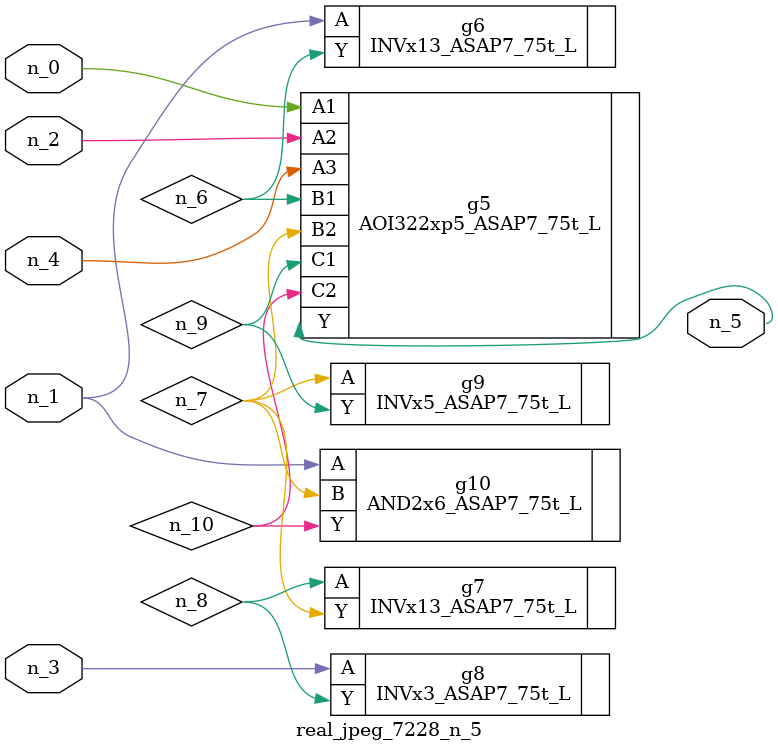
<source format=v>
module real_jpeg_7228_n_5 (n_4, n_0, n_1, n_2, n_3, n_5);

input n_4;
input n_0;
input n_1;
input n_2;
input n_3;

output n_5;

wire n_8;
wire n_6;
wire n_7;
wire n_10;
wire n_9;

AOI322xp5_ASAP7_75t_L g5 ( 
.A1(n_0),
.A2(n_2),
.A3(n_4),
.B1(n_6),
.B2(n_7),
.C1(n_9),
.C2(n_10),
.Y(n_5)
);

INVx13_ASAP7_75t_L g6 ( 
.A(n_1),
.Y(n_6)
);

AND2x6_ASAP7_75t_L g10 ( 
.A(n_1),
.B(n_7),
.Y(n_10)
);

INVx3_ASAP7_75t_L g8 ( 
.A(n_3),
.Y(n_8)
);

INVx5_ASAP7_75t_L g9 ( 
.A(n_7),
.Y(n_9)
);

INVx13_ASAP7_75t_L g7 ( 
.A(n_8),
.Y(n_7)
);


endmodule
</source>
